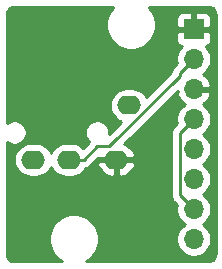
<source format=gbl>
G04 #@! TF.GenerationSoftware,KiCad,Pcbnew,5.1.5-52549c5~84~ubuntu16.04.1*
G04 #@! TF.CreationDate,2020-03-17T21:52:37-04:00*
G04 #@! TF.ProjectId,arcade_joystick_pcb,61726361-6465-45f6-9a6f-79737469636b,1.0*
G04 #@! TF.SameCoordinates,Original*
G04 #@! TF.FileFunction,Copper,L2,Bot*
G04 #@! TF.FilePolarity,Positive*
%FSLAX46Y46*%
G04 Gerber Fmt 4.6, Leading zero omitted, Abs format (unit mm)*
G04 Created by KiCad (PCBNEW 5.1.5-52549c5~84~ubuntu16.04.1) date 2020-03-17 21:52:37*
%MOMM*%
%LPD*%
G04 APERTURE LIST*
%ADD10O,1.700000X1.700000*%
%ADD11R,1.700000X1.700000*%
%ADD12O,2.000000X1.600000*%
%ADD13C,0.800000*%
%ADD14C,0.250000*%
%ADD15C,0.254000*%
G04 APERTURE END LIST*
D10*
X143510000Y-99060000D03*
X143510000Y-96520000D03*
X143510000Y-93980000D03*
X143510000Y-91440000D03*
X143510000Y-88900000D03*
X143510000Y-86360000D03*
X143510000Y-83820000D03*
D11*
X143510000Y-81280000D03*
D12*
X138040001Y-87735000D03*
X136940001Y-92335000D03*
X129940001Y-92335000D03*
X132940001Y-92335000D03*
D13*
X128524000Y-82296000D03*
X138049000Y-97917000D03*
D14*
X134190001Y-92335000D02*
X132940001Y-92335000D01*
X136356015Y-91209990D02*
X135315011Y-91209990D01*
X142334999Y-85231006D02*
X136356015Y-91209990D01*
X135315011Y-91209990D02*
X134190001Y-92335000D01*
X142334999Y-84995001D02*
X142334999Y-85231006D01*
X143510000Y-83820000D02*
X142334999Y-84995001D01*
X142660001Y-95670001D02*
X143510000Y-96520000D01*
X142334999Y-90075001D02*
X142334999Y-95344999D01*
X142334999Y-95344999D02*
X142660001Y-95670001D01*
X143510000Y-88900000D02*
X142334999Y-90075001D01*
D15*
G36*
X136556331Y-79550976D02*
G01*
X136324906Y-79897328D01*
X136165498Y-80282173D01*
X136084232Y-80690723D01*
X136084232Y-81107277D01*
X136165498Y-81515827D01*
X136324906Y-81900672D01*
X136556331Y-82247024D01*
X136850879Y-82541572D01*
X137197231Y-82772997D01*
X137582076Y-82932405D01*
X137990626Y-83013671D01*
X138407180Y-83013671D01*
X138815730Y-82932405D01*
X139200575Y-82772997D01*
X139546927Y-82541572D01*
X139841475Y-82247024D01*
X140072900Y-81900672D01*
X140232308Y-81515827D01*
X140313574Y-81107277D01*
X140313574Y-80690723D01*
X140261713Y-80430000D01*
X142021928Y-80430000D01*
X142025000Y-80994250D01*
X142183750Y-81153000D01*
X143383000Y-81153000D01*
X143383000Y-79953750D01*
X143637000Y-79953750D01*
X143637000Y-81153000D01*
X144836250Y-81153000D01*
X144995000Y-80994250D01*
X144998072Y-80430000D01*
X144985812Y-80305518D01*
X144949502Y-80185820D01*
X144890537Y-80075506D01*
X144811185Y-79978815D01*
X144714494Y-79899463D01*
X144604180Y-79840498D01*
X144484482Y-79804188D01*
X144360000Y-79791928D01*
X143795750Y-79795000D01*
X143637000Y-79953750D01*
X143383000Y-79953750D01*
X143224250Y-79795000D01*
X142660000Y-79791928D01*
X142535518Y-79804188D01*
X142415820Y-79840498D01*
X142305506Y-79899463D01*
X142208815Y-79978815D01*
X142129463Y-80075506D01*
X142070498Y-80185820D01*
X142034188Y-80305518D01*
X142021928Y-80430000D01*
X140261713Y-80430000D01*
X140232308Y-80282173D01*
X140072900Y-79897328D01*
X139841475Y-79550976D01*
X139715499Y-79425000D01*
X144746496Y-79425000D01*
X144892992Y-79439364D01*
X145001670Y-79472176D01*
X145101918Y-79525479D01*
X145189897Y-79597232D01*
X145262263Y-79684707D01*
X145316263Y-79784579D01*
X145349833Y-79893027D01*
X145365000Y-80037331D01*
X145365001Y-100296486D01*
X145350636Y-100442992D01*
X145317823Y-100551672D01*
X145264522Y-100651917D01*
X145192769Y-100739895D01*
X145105292Y-100812263D01*
X145005420Y-100866263D01*
X144896973Y-100899833D01*
X144752669Y-100915000D01*
X134380103Y-100915000D01*
X134698024Y-100702572D01*
X134992572Y-100408024D01*
X135223997Y-100061672D01*
X135383405Y-99676827D01*
X135464671Y-99268277D01*
X135464671Y-98851723D01*
X135383405Y-98443173D01*
X135223997Y-98058328D01*
X134992572Y-97711976D01*
X134698024Y-97417428D01*
X134351672Y-97186003D01*
X133966827Y-97026595D01*
X133558277Y-96945329D01*
X133141723Y-96945329D01*
X132733173Y-97026595D01*
X132348328Y-97186003D01*
X132001976Y-97417428D01*
X131707428Y-97711976D01*
X131476003Y-98058328D01*
X131316595Y-98443173D01*
X131235329Y-98851723D01*
X131235329Y-99268277D01*
X131316595Y-99676827D01*
X131476003Y-100061672D01*
X131707428Y-100408024D01*
X132001976Y-100702572D01*
X132319897Y-100915000D01*
X128303504Y-100915000D01*
X128157008Y-100900636D01*
X128048328Y-100867823D01*
X127948083Y-100814522D01*
X127860105Y-100742769D01*
X127787737Y-100655292D01*
X127733737Y-100555420D01*
X127700167Y-100446973D01*
X127685000Y-100302669D01*
X127685000Y-92335000D01*
X128298058Y-92335000D01*
X128325765Y-92616309D01*
X128407819Y-92886808D01*
X128541069Y-93136101D01*
X128720393Y-93354608D01*
X128938900Y-93533932D01*
X129188193Y-93667182D01*
X129458692Y-93749236D01*
X129669509Y-93770000D01*
X130210493Y-93770000D01*
X130421310Y-93749236D01*
X130691809Y-93667182D01*
X130941102Y-93533932D01*
X131159609Y-93354608D01*
X131338933Y-93136101D01*
X131440001Y-92947016D01*
X131541069Y-93136101D01*
X131720393Y-93354608D01*
X131938900Y-93533932D01*
X132188193Y-93667182D01*
X132458692Y-93749236D01*
X132669509Y-93770000D01*
X133210493Y-93770000D01*
X133421310Y-93749236D01*
X133691809Y-93667182D01*
X133941102Y-93533932D01*
X134159609Y-93354608D01*
X134338933Y-93136101D01*
X134372158Y-93073941D01*
X134482248Y-93040546D01*
X134614277Y-92969974D01*
X134730002Y-92875001D01*
X134753804Y-92845998D01*
X134915763Y-92684039D01*
X135348097Y-92684039D01*
X135358557Y-92741730D01*
X135464450Y-93003421D01*
X135619362Y-93239425D01*
X135817339Y-93440673D01*
X136050774Y-93599430D01*
X136310695Y-93709596D01*
X136587114Y-93766937D01*
X136813001Y-93614474D01*
X136813001Y-92462000D01*
X137067001Y-92462000D01*
X137067001Y-93614474D01*
X137292888Y-93766937D01*
X137569307Y-93709596D01*
X137829228Y-93599430D01*
X138062663Y-93440673D01*
X138260640Y-93239425D01*
X138415552Y-93003421D01*
X138521445Y-92741730D01*
X138531905Y-92684039D01*
X138409916Y-92462000D01*
X137067001Y-92462000D01*
X136813001Y-92462000D01*
X135470086Y-92462000D01*
X135348097Y-92684039D01*
X134915763Y-92684039D01*
X135442328Y-92157476D01*
X135470086Y-92208000D01*
X136813001Y-92208000D01*
X136813001Y-92188000D01*
X137067001Y-92188000D01*
X137067001Y-92208000D01*
X138409916Y-92208000D01*
X138531905Y-91985961D01*
X138521445Y-91928270D01*
X138415552Y-91666579D01*
X138260640Y-91430575D01*
X138062663Y-91229327D01*
X137829228Y-91070570D01*
X137647332Y-90993474D01*
X142153805Y-86487002D01*
X142189844Y-86487002D01*
X142068524Y-86716890D01*
X142113175Y-86864099D01*
X142238359Y-87126920D01*
X142412412Y-87360269D01*
X142628645Y-87555178D01*
X142745534Y-87624805D01*
X142563368Y-87746525D01*
X142356525Y-87953368D01*
X142194010Y-88196589D01*
X142082068Y-88466842D01*
X142025000Y-88753740D01*
X142025000Y-89046260D01*
X142068791Y-89266408D01*
X141824002Y-89511197D01*
X141794998Y-89535000D01*
X141739870Y-89602175D01*
X141700025Y-89650725D01*
X141655993Y-89733102D01*
X141629453Y-89782755D01*
X141585996Y-89926016D01*
X141574999Y-90037669D01*
X141574999Y-90037679D01*
X141571323Y-90075001D01*
X141574999Y-90112324D01*
X141575000Y-95307667D01*
X141571323Y-95344999D01*
X141585997Y-95493984D01*
X141629453Y-95637245D01*
X141700025Y-95769275D01*
X141771200Y-95856001D01*
X141794999Y-95885000D01*
X141823997Y-95908798D01*
X142068791Y-96153592D01*
X142025000Y-96373740D01*
X142025000Y-96666260D01*
X142082068Y-96953158D01*
X142194010Y-97223411D01*
X142356525Y-97466632D01*
X142563368Y-97673475D01*
X142737760Y-97790000D01*
X142563368Y-97906525D01*
X142356525Y-98113368D01*
X142194010Y-98356589D01*
X142082068Y-98626842D01*
X142025000Y-98913740D01*
X142025000Y-99206260D01*
X142082068Y-99493158D01*
X142194010Y-99763411D01*
X142356525Y-100006632D01*
X142563368Y-100213475D01*
X142806589Y-100375990D01*
X143076842Y-100487932D01*
X143363740Y-100545000D01*
X143656260Y-100545000D01*
X143943158Y-100487932D01*
X144213411Y-100375990D01*
X144456632Y-100213475D01*
X144663475Y-100006632D01*
X144825990Y-99763411D01*
X144937932Y-99493158D01*
X144995000Y-99206260D01*
X144995000Y-98913740D01*
X144937932Y-98626842D01*
X144825990Y-98356589D01*
X144663475Y-98113368D01*
X144456632Y-97906525D01*
X144282240Y-97790000D01*
X144456632Y-97673475D01*
X144663475Y-97466632D01*
X144825990Y-97223411D01*
X144937932Y-96953158D01*
X144995000Y-96666260D01*
X144995000Y-96373740D01*
X144937932Y-96086842D01*
X144825990Y-95816589D01*
X144663475Y-95573368D01*
X144456632Y-95366525D01*
X144282240Y-95250000D01*
X144456632Y-95133475D01*
X144663475Y-94926632D01*
X144825990Y-94683411D01*
X144937932Y-94413158D01*
X144995000Y-94126260D01*
X144995000Y-93833740D01*
X144937932Y-93546842D01*
X144825990Y-93276589D01*
X144663475Y-93033368D01*
X144456632Y-92826525D01*
X144282240Y-92710000D01*
X144456632Y-92593475D01*
X144663475Y-92386632D01*
X144825990Y-92143411D01*
X144937932Y-91873158D01*
X144995000Y-91586260D01*
X144995000Y-91293740D01*
X144937932Y-91006842D01*
X144825990Y-90736589D01*
X144663475Y-90493368D01*
X144456632Y-90286525D01*
X144282240Y-90170000D01*
X144456632Y-90053475D01*
X144663475Y-89846632D01*
X144825990Y-89603411D01*
X144937932Y-89333158D01*
X144995000Y-89046260D01*
X144995000Y-88753740D01*
X144937932Y-88466842D01*
X144825990Y-88196589D01*
X144663475Y-87953368D01*
X144456632Y-87746525D01*
X144274466Y-87624805D01*
X144391355Y-87555178D01*
X144607588Y-87360269D01*
X144781641Y-87126920D01*
X144906825Y-86864099D01*
X144951476Y-86716890D01*
X144830155Y-86487000D01*
X143637000Y-86487000D01*
X143637000Y-86507000D01*
X143383000Y-86507000D01*
X143383000Y-86487000D01*
X143363000Y-86487000D01*
X143363000Y-86233000D01*
X143383000Y-86233000D01*
X143383000Y-86213000D01*
X143637000Y-86213000D01*
X143637000Y-86233000D01*
X144830155Y-86233000D01*
X144951476Y-86003110D01*
X144906825Y-85855901D01*
X144781641Y-85593080D01*
X144607588Y-85359731D01*
X144391355Y-85164822D01*
X144274466Y-85095195D01*
X144456632Y-84973475D01*
X144663475Y-84766632D01*
X144825990Y-84523411D01*
X144937932Y-84253158D01*
X144995000Y-83966260D01*
X144995000Y-83673740D01*
X144937932Y-83386842D01*
X144825990Y-83116589D01*
X144663475Y-82873368D01*
X144531620Y-82741513D01*
X144604180Y-82719502D01*
X144714494Y-82660537D01*
X144811185Y-82581185D01*
X144890537Y-82484494D01*
X144949502Y-82374180D01*
X144985812Y-82254482D01*
X144998072Y-82130000D01*
X144995000Y-81565750D01*
X144836250Y-81407000D01*
X143637000Y-81407000D01*
X143637000Y-81427000D01*
X143383000Y-81427000D01*
X143383000Y-81407000D01*
X142183750Y-81407000D01*
X142025000Y-81565750D01*
X142021928Y-82130000D01*
X142034188Y-82254482D01*
X142070498Y-82374180D01*
X142129463Y-82484494D01*
X142208815Y-82581185D01*
X142305506Y-82660537D01*
X142415820Y-82719502D01*
X142488380Y-82741513D01*
X142356525Y-82873368D01*
X142194010Y-83116589D01*
X142082068Y-83386842D01*
X142025000Y-83673740D01*
X142025000Y-83966260D01*
X142068791Y-84186408D01*
X141824002Y-84431197D01*
X141794998Y-84455000D01*
X141739870Y-84522175D01*
X141700025Y-84570725D01*
X141648454Y-84667207D01*
X141629453Y-84702755D01*
X141585996Y-84846016D01*
X141579529Y-84911674D01*
X139480165Y-87011038D01*
X139438933Y-86933899D01*
X139259609Y-86715392D01*
X139041102Y-86536068D01*
X138791809Y-86402818D01*
X138521310Y-86320764D01*
X138310493Y-86300000D01*
X137769509Y-86300000D01*
X137558692Y-86320764D01*
X137288193Y-86402818D01*
X137038900Y-86536068D01*
X136820393Y-86715392D01*
X136641069Y-86933899D01*
X136507819Y-87183192D01*
X136425765Y-87453691D01*
X136398058Y-87735000D01*
X136425765Y-88016309D01*
X136507819Y-88286808D01*
X136641069Y-88536101D01*
X136820393Y-88754608D01*
X137038900Y-88933932D01*
X137288193Y-89067182D01*
X137392409Y-89098795D01*
X136375001Y-90116203D01*
X136375001Y-89933061D01*
X136335227Y-89733102D01*
X136257206Y-89544744D01*
X136143938Y-89375226D01*
X135999775Y-89231063D01*
X135830257Y-89117795D01*
X135641899Y-89039774D01*
X135441940Y-89000000D01*
X135238062Y-89000000D01*
X135038103Y-89039774D01*
X134849745Y-89117795D01*
X134680227Y-89231063D01*
X134536064Y-89375226D01*
X134422796Y-89544744D01*
X134344775Y-89733102D01*
X134305001Y-89933061D01*
X134305001Y-90136939D01*
X134344775Y-90336898D01*
X134422796Y-90525256D01*
X134536064Y-90694774D01*
X134645744Y-90804454D01*
X134145987Y-91304212D01*
X133941102Y-91136068D01*
X133691809Y-91002818D01*
X133421310Y-90920764D01*
X133210493Y-90900000D01*
X132669509Y-90900000D01*
X132458692Y-90920764D01*
X132188193Y-91002818D01*
X131938900Y-91136068D01*
X131720393Y-91315392D01*
X131541069Y-91533899D01*
X131440001Y-91722984D01*
X131338933Y-91533899D01*
X131159609Y-91315392D01*
X130941102Y-91136068D01*
X130691809Y-91002818D01*
X130421310Y-90920764D01*
X130210493Y-90900000D01*
X129669509Y-90900000D01*
X129458692Y-90920764D01*
X129188193Y-91002818D01*
X128938900Y-91136068D01*
X128720393Y-91315392D01*
X128541069Y-91533899D01*
X128407819Y-91783192D01*
X128325765Y-92053691D01*
X128298058Y-92335000D01*
X127685000Y-92335000D01*
X127685000Y-90842126D01*
X127849745Y-90952205D01*
X128038103Y-91030226D01*
X128238062Y-91070000D01*
X128441940Y-91070000D01*
X128641899Y-91030226D01*
X128830257Y-90952205D01*
X128999775Y-90838937D01*
X129143938Y-90694774D01*
X129257206Y-90525256D01*
X129335227Y-90336898D01*
X129375001Y-90136939D01*
X129375001Y-89933061D01*
X129335227Y-89733102D01*
X129257206Y-89544744D01*
X129143938Y-89375226D01*
X128999775Y-89231063D01*
X128830257Y-89117795D01*
X128641899Y-89039774D01*
X128441940Y-89000000D01*
X128238062Y-89000000D01*
X128038103Y-89039774D01*
X127849745Y-89117795D01*
X127685000Y-89227874D01*
X127685000Y-80043504D01*
X127699364Y-79897008D01*
X127732176Y-79788330D01*
X127785479Y-79688082D01*
X127857232Y-79600103D01*
X127944707Y-79527737D01*
X128044579Y-79473737D01*
X128153027Y-79440167D01*
X128297331Y-79425000D01*
X136682307Y-79425000D01*
X136556331Y-79550976D01*
G37*
X136556331Y-79550976D02*
X136324906Y-79897328D01*
X136165498Y-80282173D01*
X136084232Y-80690723D01*
X136084232Y-81107277D01*
X136165498Y-81515827D01*
X136324906Y-81900672D01*
X136556331Y-82247024D01*
X136850879Y-82541572D01*
X137197231Y-82772997D01*
X137582076Y-82932405D01*
X137990626Y-83013671D01*
X138407180Y-83013671D01*
X138815730Y-82932405D01*
X139200575Y-82772997D01*
X139546927Y-82541572D01*
X139841475Y-82247024D01*
X140072900Y-81900672D01*
X140232308Y-81515827D01*
X140313574Y-81107277D01*
X140313574Y-80690723D01*
X140261713Y-80430000D01*
X142021928Y-80430000D01*
X142025000Y-80994250D01*
X142183750Y-81153000D01*
X143383000Y-81153000D01*
X143383000Y-79953750D01*
X143637000Y-79953750D01*
X143637000Y-81153000D01*
X144836250Y-81153000D01*
X144995000Y-80994250D01*
X144998072Y-80430000D01*
X144985812Y-80305518D01*
X144949502Y-80185820D01*
X144890537Y-80075506D01*
X144811185Y-79978815D01*
X144714494Y-79899463D01*
X144604180Y-79840498D01*
X144484482Y-79804188D01*
X144360000Y-79791928D01*
X143795750Y-79795000D01*
X143637000Y-79953750D01*
X143383000Y-79953750D01*
X143224250Y-79795000D01*
X142660000Y-79791928D01*
X142535518Y-79804188D01*
X142415820Y-79840498D01*
X142305506Y-79899463D01*
X142208815Y-79978815D01*
X142129463Y-80075506D01*
X142070498Y-80185820D01*
X142034188Y-80305518D01*
X142021928Y-80430000D01*
X140261713Y-80430000D01*
X140232308Y-80282173D01*
X140072900Y-79897328D01*
X139841475Y-79550976D01*
X139715499Y-79425000D01*
X144746496Y-79425000D01*
X144892992Y-79439364D01*
X145001670Y-79472176D01*
X145101918Y-79525479D01*
X145189897Y-79597232D01*
X145262263Y-79684707D01*
X145316263Y-79784579D01*
X145349833Y-79893027D01*
X145365000Y-80037331D01*
X145365001Y-100296486D01*
X145350636Y-100442992D01*
X145317823Y-100551672D01*
X145264522Y-100651917D01*
X145192769Y-100739895D01*
X145105292Y-100812263D01*
X145005420Y-100866263D01*
X144896973Y-100899833D01*
X144752669Y-100915000D01*
X134380103Y-100915000D01*
X134698024Y-100702572D01*
X134992572Y-100408024D01*
X135223997Y-100061672D01*
X135383405Y-99676827D01*
X135464671Y-99268277D01*
X135464671Y-98851723D01*
X135383405Y-98443173D01*
X135223997Y-98058328D01*
X134992572Y-97711976D01*
X134698024Y-97417428D01*
X134351672Y-97186003D01*
X133966827Y-97026595D01*
X133558277Y-96945329D01*
X133141723Y-96945329D01*
X132733173Y-97026595D01*
X132348328Y-97186003D01*
X132001976Y-97417428D01*
X131707428Y-97711976D01*
X131476003Y-98058328D01*
X131316595Y-98443173D01*
X131235329Y-98851723D01*
X131235329Y-99268277D01*
X131316595Y-99676827D01*
X131476003Y-100061672D01*
X131707428Y-100408024D01*
X132001976Y-100702572D01*
X132319897Y-100915000D01*
X128303504Y-100915000D01*
X128157008Y-100900636D01*
X128048328Y-100867823D01*
X127948083Y-100814522D01*
X127860105Y-100742769D01*
X127787737Y-100655292D01*
X127733737Y-100555420D01*
X127700167Y-100446973D01*
X127685000Y-100302669D01*
X127685000Y-92335000D01*
X128298058Y-92335000D01*
X128325765Y-92616309D01*
X128407819Y-92886808D01*
X128541069Y-93136101D01*
X128720393Y-93354608D01*
X128938900Y-93533932D01*
X129188193Y-93667182D01*
X129458692Y-93749236D01*
X129669509Y-93770000D01*
X130210493Y-93770000D01*
X130421310Y-93749236D01*
X130691809Y-93667182D01*
X130941102Y-93533932D01*
X131159609Y-93354608D01*
X131338933Y-93136101D01*
X131440001Y-92947016D01*
X131541069Y-93136101D01*
X131720393Y-93354608D01*
X131938900Y-93533932D01*
X132188193Y-93667182D01*
X132458692Y-93749236D01*
X132669509Y-93770000D01*
X133210493Y-93770000D01*
X133421310Y-93749236D01*
X133691809Y-93667182D01*
X133941102Y-93533932D01*
X134159609Y-93354608D01*
X134338933Y-93136101D01*
X134372158Y-93073941D01*
X134482248Y-93040546D01*
X134614277Y-92969974D01*
X134730002Y-92875001D01*
X134753804Y-92845998D01*
X134915763Y-92684039D01*
X135348097Y-92684039D01*
X135358557Y-92741730D01*
X135464450Y-93003421D01*
X135619362Y-93239425D01*
X135817339Y-93440673D01*
X136050774Y-93599430D01*
X136310695Y-93709596D01*
X136587114Y-93766937D01*
X136813001Y-93614474D01*
X136813001Y-92462000D01*
X137067001Y-92462000D01*
X137067001Y-93614474D01*
X137292888Y-93766937D01*
X137569307Y-93709596D01*
X137829228Y-93599430D01*
X138062663Y-93440673D01*
X138260640Y-93239425D01*
X138415552Y-93003421D01*
X138521445Y-92741730D01*
X138531905Y-92684039D01*
X138409916Y-92462000D01*
X137067001Y-92462000D01*
X136813001Y-92462000D01*
X135470086Y-92462000D01*
X135348097Y-92684039D01*
X134915763Y-92684039D01*
X135442328Y-92157476D01*
X135470086Y-92208000D01*
X136813001Y-92208000D01*
X136813001Y-92188000D01*
X137067001Y-92188000D01*
X137067001Y-92208000D01*
X138409916Y-92208000D01*
X138531905Y-91985961D01*
X138521445Y-91928270D01*
X138415552Y-91666579D01*
X138260640Y-91430575D01*
X138062663Y-91229327D01*
X137829228Y-91070570D01*
X137647332Y-90993474D01*
X142153805Y-86487002D01*
X142189844Y-86487002D01*
X142068524Y-86716890D01*
X142113175Y-86864099D01*
X142238359Y-87126920D01*
X142412412Y-87360269D01*
X142628645Y-87555178D01*
X142745534Y-87624805D01*
X142563368Y-87746525D01*
X142356525Y-87953368D01*
X142194010Y-88196589D01*
X142082068Y-88466842D01*
X142025000Y-88753740D01*
X142025000Y-89046260D01*
X142068791Y-89266408D01*
X141824002Y-89511197D01*
X141794998Y-89535000D01*
X141739870Y-89602175D01*
X141700025Y-89650725D01*
X141655993Y-89733102D01*
X141629453Y-89782755D01*
X141585996Y-89926016D01*
X141574999Y-90037669D01*
X141574999Y-90037679D01*
X141571323Y-90075001D01*
X141574999Y-90112324D01*
X141575000Y-95307667D01*
X141571323Y-95344999D01*
X141585997Y-95493984D01*
X141629453Y-95637245D01*
X141700025Y-95769275D01*
X141771200Y-95856001D01*
X141794999Y-95885000D01*
X141823997Y-95908798D01*
X142068791Y-96153592D01*
X142025000Y-96373740D01*
X142025000Y-96666260D01*
X142082068Y-96953158D01*
X142194010Y-97223411D01*
X142356525Y-97466632D01*
X142563368Y-97673475D01*
X142737760Y-97790000D01*
X142563368Y-97906525D01*
X142356525Y-98113368D01*
X142194010Y-98356589D01*
X142082068Y-98626842D01*
X142025000Y-98913740D01*
X142025000Y-99206260D01*
X142082068Y-99493158D01*
X142194010Y-99763411D01*
X142356525Y-100006632D01*
X142563368Y-100213475D01*
X142806589Y-100375990D01*
X143076842Y-100487932D01*
X143363740Y-100545000D01*
X143656260Y-100545000D01*
X143943158Y-100487932D01*
X144213411Y-100375990D01*
X144456632Y-100213475D01*
X144663475Y-100006632D01*
X144825990Y-99763411D01*
X144937932Y-99493158D01*
X144995000Y-99206260D01*
X144995000Y-98913740D01*
X144937932Y-98626842D01*
X144825990Y-98356589D01*
X144663475Y-98113368D01*
X144456632Y-97906525D01*
X144282240Y-97790000D01*
X144456632Y-97673475D01*
X144663475Y-97466632D01*
X144825990Y-97223411D01*
X144937932Y-96953158D01*
X144995000Y-96666260D01*
X144995000Y-96373740D01*
X144937932Y-96086842D01*
X144825990Y-95816589D01*
X144663475Y-95573368D01*
X144456632Y-95366525D01*
X144282240Y-95250000D01*
X144456632Y-95133475D01*
X144663475Y-94926632D01*
X144825990Y-94683411D01*
X144937932Y-94413158D01*
X144995000Y-94126260D01*
X144995000Y-93833740D01*
X144937932Y-93546842D01*
X144825990Y-93276589D01*
X144663475Y-93033368D01*
X144456632Y-92826525D01*
X144282240Y-92710000D01*
X144456632Y-92593475D01*
X144663475Y-92386632D01*
X144825990Y-92143411D01*
X144937932Y-91873158D01*
X144995000Y-91586260D01*
X144995000Y-91293740D01*
X144937932Y-91006842D01*
X144825990Y-90736589D01*
X144663475Y-90493368D01*
X144456632Y-90286525D01*
X144282240Y-90170000D01*
X144456632Y-90053475D01*
X144663475Y-89846632D01*
X144825990Y-89603411D01*
X144937932Y-89333158D01*
X144995000Y-89046260D01*
X144995000Y-88753740D01*
X144937932Y-88466842D01*
X144825990Y-88196589D01*
X144663475Y-87953368D01*
X144456632Y-87746525D01*
X144274466Y-87624805D01*
X144391355Y-87555178D01*
X144607588Y-87360269D01*
X144781641Y-87126920D01*
X144906825Y-86864099D01*
X144951476Y-86716890D01*
X144830155Y-86487000D01*
X143637000Y-86487000D01*
X143637000Y-86507000D01*
X143383000Y-86507000D01*
X143383000Y-86487000D01*
X143363000Y-86487000D01*
X143363000Y-86233000D01*
X143383000Y-86233000D01*
X143383000Y-86213000D01*
X143637000Y-86213000D01*
X143637000Y-86233000D01*
X144830155Y-86233000D01*
X144951476Y-86003110D01*
X144906825Y-85855901D01*
X144781641Y-85593080D01*
X144607588Y-85359731D01*
X144391355Y-85164822D01*
X144274466Y-85095195D01*
X144456632Y-84973475D01*
X144663475Y-84766632D01*
X144825990Y-84523411D01*
X144937932Y-84253158D01*
X144995000Y-83966260D01*
X144995000Y-83673740D01*
X144937932Y-83386842D01*
X144825990Y-83116589D01*
X144663475Y-82873368D01*
X144531620Y-82741513D01*
X144604180Y-82719502D01*
X144714494Y-82660537D01*
X144811185Y-82581185D01*
X144890537Y-82484494D01*
X144949502Y-82374180D01*
X144985812Y-82254482D01*
X144998072Y-82130000D01*
X144995000Y-81565750D01*
X144836250Y-81407000D01*
X143637000Y-81407000D01*
X143637000Y-81427000D01*
X143383000Y-81427000D01*
X143383000Y-81407000D01*
X142183750Y-81407000D01*
X142025000Y-81565750D01*
X142021928Y-82130000D01*
X142034188Y-82254482D01*
X142070498Y-82374180D01*
X142129463Y-82484494D01*
X142208815Y-82581185D01*
X142305506Y-82660537D01*
X142415820Y-82719502D01*
X142488380Y-82741513D01*
X142356525Y-82873368D01*
X142194010Y-83116589D01*
X142082068Y-83386842D01*
X142025000Y-83673740D01*
X142025000Y-83966260D01*
X142068791Y-84186408D01*
X141824002Y-84431197D01*
X141794998Y-84455000D01*
X141739870Y-84522175D01*
X141700025Y-84570725D01*
X141648454Y-84667207D01*
X141629453Y-84702755D01*
X141585996Y-84846016D01*
X141579529Y-84911674D01*
X139480165Y-87011038D01*
X139438933Y-86933899D01*
X139259609Y-86715392D01*
X139041102Y-86536068D01*
X138791809Y-86402818D01*
X138521310Y-86320764D01*
X138310493Y-86300000D01*
X137769509Y-86300000D01*
X137558692Y-86320764D01*
X137288193Y-86402818D01*
X137038900Y-86536068D01*
X136820393Y-86715392D01*
X136641069Y-86933899D01*
X136507819Y-87183192D01*
X136425765Y-87453691D01*
X136398058Y-87735000D01*
X136425765Y-88016309D01*
X136507819Y-88286808D01*
X136641069Y-88536101D01*
X136820393Y-88754608D01*
X137038900Y-88933932D01*
X137288193Y-89067182D01*
X137392409Y-89098795D01*
X136375001Y-90116203D01*
X136375001Y-89933061D01*
X136335227Y-89733102D01*
X136257206Y-89544744D01*
X136143938Y-89375226D01*
X135999775Y-89231063D01*
X135830257Y-89117795D01*
X135641899Y-89039774D01*
X135441940Y-89000000D01*
X135238062Y-89000000D01*
X135038103Y-89039774D01*
X134849745Y-89117795D01*
X134680227Y-89231063D01*
X134536064Y-89375226D01*
X134422796Y-89544744D01*
X134344775Y-89733102D01*
X134305001Y-89933061D01*
X134305001Y-90136939D01*
X134344775Y-90336898D01*
X134422796Y-90525256D01*
X134536064Y-90694774D01*
X134645744Y-90804454D01*
X134145987Y-91304212D01*
X133941102Y-91136068D01*
X133691809Y-91002818D01*
X133421310Y-90920764D01*
X133210493Y-90900000D01*
X132669509Y-90900000D01*
X132458692Y-90920764D01*
X132188193Y-91002818D01*
X131938900Y-91136068D01*
X131720393Y-91315392D01*
X131541069Y-91533899D01*
X131440001Y-91722984D01*
X131338933Y-91533899D01*
X131159609Y-91315392D01*
X130941102Y-91136068D01*
X130691809Y-91002818D01*
X130421310Y-90920764D01*
X130210493Y-90900000D01*
X129669509Y-90900000D01*
X129458692Y-90920764D01*
X129188193Y-91002818D01*
X128938900Y-91136068D01*
X128720393Y-91315392D01*
X128541069Y-91533899D01*
X128407819Y-91783192D01*
X128325765Y-92053691D01*
X128298058Y-92335000D01*
X127685000Y-92335000D01*
X127685000Y-90842126D01*
X127849745Y-90952205D01*
X128038103Y-91030226D01*
X128238062Y-91070000D01*
X128441940Y-91070000D01*
X128641899Y-91030226D01*
X128830257Y-90952205D01*
X128999775Y-90838937D01*
X129143938Y-90694774D01*
X129257206Y-90525256D01*
X129335227Y-90336898D01*
X129375001Y-90136939D01*
X129375001Y-89933061D01*
X129335227Y-89733102D01*
X129257206Y-89544744D01*
X129143938Y-89375226D01*
X128999775Y-89231063D01*
X128830257Y-89117795D01*
X128641899Y-89039774D01*
X128441940Y-89000000D01*
X128238062Y-89000000D01*
X128038103Y-89039774D01*
X127849745Y-89117795D01*
X127685000Y-89227874D01*
X127685000Y-80043504D01*
X127699364Y-79897008D01*
X127732176Y-79788330D01*
X127785479Y-79688082D01*
X127857232Y-79600103D01*
X127944707Y-79527737D01*
X128044579Y-79473737D01*
X128153027Y-79440167D01*
X128297331Y-79425000D01*
X136682307Y-79425000D01*
X136556331Y-79550976D01*
M02*

</source>
